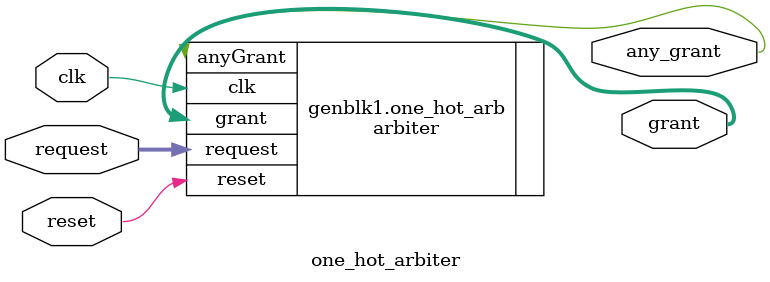
<source format=v>
`timescale 1ns / 1ps
`include "define.v"
module one_hot_arbiter #(
	parameter ARBITER_WIDTH	=8
	
)
(
	input		[ARBITER_WIDTH-1 			:	0]	request,
	output	[ARBITER_WIDTH-1			:	0]	grant,
	output											any_grant,
	input												clk,
	input												reset
);

	generate 
	if(ARBITER_WIDTH<=4) begin
		//my own arbiter 
		my_one_hot_arbiter #(
			.ARBITER_WIDTH	(ARBITER_WIDTH)
		)
		one_hot_arb
		(	
			.clk			(clk), 
			.reset 		(reset), 
			.request		(request), 
			.grant		(grant),
			.any_grant	(any_grant)
		);
	
	end else begin
		// Dimitrakopoulos arbiter
		arbiter #(
			.ARBITER_WIDTH	(ARBITER_WIDTH)
		)
		one_hot_arb
		(	
			.clk			(clk), 
			.reset 		(reset), 
			.request		(request), 
			.grant		(grant),
			.anyGrant	(any_grant)
		);
	end
	endgenerate
endmodule
</source>
